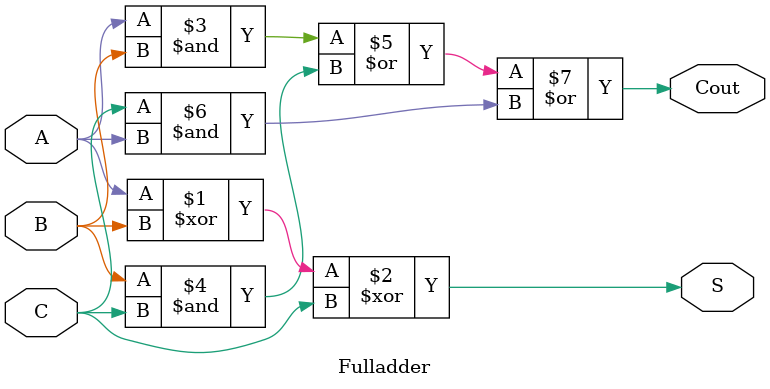
<source format=v>
`timescale 1ns / 1ps
module Fulladder(A,B,C,S,Cout);
input A,B,C;
output S,Cout;
xor(S,A,B,C);
or(Cout,A&B, B&C, C&A);
endmodule

</source>
